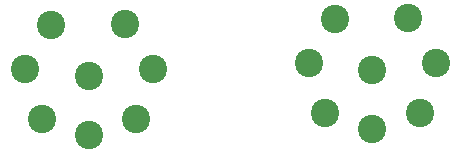
<source format=gbl>
G04*
G04 #@! TF.GenerationSoftware,Altium Limited,Altium Designer,20.0.10 (225)*
G04*
G04 Layer_Physical_Order=2*
G04 Layer_Color=16711680*
%FSLAX25Y25*%
%MOIN*%
G70*
G01*
G75*
%ADD12C,0.09449*%
D12*
X309500Y331500D02*
D03*
X297500Y314000D02*
D03*
X285000Y331000D02*
D03*
X276240Y316500D02*
D03*
X318760D02*
D03*
X281752Y299787D02*
D03*
X297500Y294315D02*
D03*
X313248Y299787D02*
D03*
X404000Y333500D02*
D03*
X392000Y316000D02*
D03*
X379500Y333000D02*
D03*
X370740Y318500D02*
D03*
X413260D02*
D03*
X376252Y301787D02*
D03*
X392000Y296315D02*
D03*
X407748Y301787D02*
D03*
M02*

</source>
